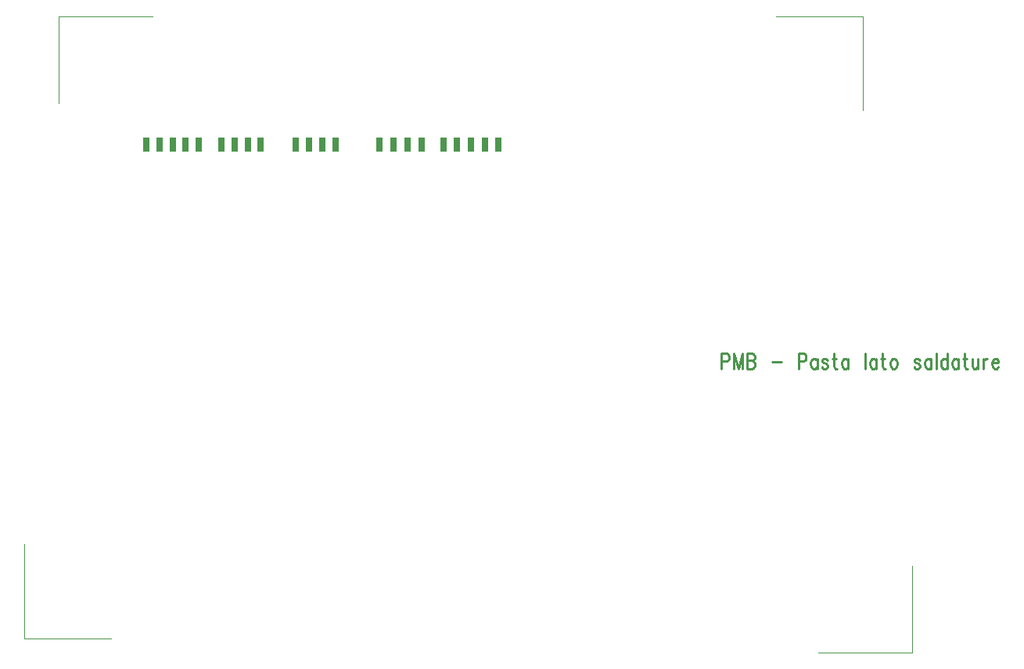
<source format=gbr>
*
*
G04 PADS VX.0 Build Number: 635560 generated Gerber (RS-274-X) file*
G04 PC Version=2.1*
*
%IN "FTC_001.pcb"*%
*
%MOIN*%
*
%FSLAX35Y35*%
*
*
*
*
G04 PC Standard Apertures*
*
*
G04 Thermal Relief Aperture macro.*
%AMTER*
1,1,$1,0,0*
1,0,$1-$2,0,0*
21,0,$3,$4,0,0,45*
21,0,$3,$4,0,0,135*
%
*
*
G04 Annular Aperture macro.*
%AMANN*
1,1,$1,0,0*
1,0,$2,0,0*
%
*
*
G04 Odd Aperture macro.*
%AMODD*
1,1,$1,0,0*
1,0,$1-0.005,0,0*
%
*
*
G04 PC Custom Aperture Macros*
*
*
*
*
*
*
G04 PC Aperture Table*
*
%ADD010C,0.01*%
%ADD040C,0.001*%
%ADD164R,0.03X0.06*%
*
*
*
*
G04 PC Circuitry*
G04 Layer Name FTC_001.pcb - circuitry*
%LPD*%
*
*
G04 PC Custom Flashes*
G04 Layer Name FTC_001.pcb - flashes*
%LPD*%
*
*
G04 PC Circuitry*
G04 Layer Name FTC_001.pcb - circuitry*
%LPD*%
*
G54D10*
G01X565748Y325460D02*
Y318898D01*
Y325460D02*
X567793D01*
X568475Y325148*
X568703Y324835*
X568930Y324210*
Y323273*
X568703Y322648*
X568475Y322335*
X567793Y322023*
X565748*
X570975Y325460D02*
Y318898D01*
Y325460D02*
X572793Y318898D01*
X574612Y325460D02*
X572793Y318898D01*
X574612Y325460D02*
Y318898D01*
X576657Y325460D02*
Y318898D01*
Y325460D02*
X578703D01*
X579384Y325148*
X579612Y324835*
X579839Y324210*
Y323585*
X579612Y322960*
X579384Y322648*
X578703Y322335*
X576657D02*
X578703D01*
X579384Y322023*
X579612Y321710*
X579839Y321085*
Y320148*
X579612Y319523*
X579384Y319210*
X578703Y318898*
X576657*
X587112Y321710D02*
X591203D01*
X598475Y325460D02*
Y318898D01*
Y325460D02*
X600521D01*
X601203Y325148*
X601430Y324835*
X601657Y324210*
Y323273*
X601430Y322648*
X601203Y322335*
X600521Y322023*
X598475*
X606430Y323273D02*
Y318898D01*
Y322335D02*
X605975Y322960D01*
X605521Y323273*
X604839*
X604384Y322960*
X603930Y322335*
X603703Y321398*
Y320773*
X603930Y319835*
X604384Y319210*
X604839Y318898*
X605521*
X605975Y319210*
X606430Y319835*
X610975Y322335D02*
X610748Y322960D01*
X610066Y323273*
X609384*
X608703Y322960*
X608475Y322335*
X608703Y321710*
X609157Y321398*
X610293Y321085*
X610748Y320773*
X610975Y320148*
Y319835*
X610748Y319210*
X610066Y318898*
X609384*
X608703Y319210*
X608475Y319835*
X613703Y325460D02*
Y320148D01*
X613930Y319210*
X614384Y318898*
X614839*
X613021Y323273D02*
X614612D01*
X619612D02*
Y318898D01*
Y322335D02*
X619157Y322960D01*
X618703Y323273*
X618021*
X617566Y322960*
X617112Y322335*
X616884Y321398*
Y320773*
X617112Y319835*
X617566Y319210*
X618021Y318898*
X618703*
X619157Y319210*
X619612Y319835*
X626884Y325460D02*
Y318898D01*
X631657Y323273D02*
Y318898D01*
Y322335D02*
X631203Y322960D01*
X630748Y323273*
X630066*
X629612Y322960*
X629157Y322335*
X628930Y321398*
Y320773*
X629157Y319835*
X629612Y319210*
X630066Y318898*
X630748*
X631203Y319210*
X631657Y319835*
X634384Y325460D02*
Y320148D01*
X634612Y319210*
X635066Y318898*
X635521*
X633703Y323273D02*
X635293D01*
X638703D02*
X638248Y322960D01*
X637793Y322335*
X637566Y321398*
Y320773*
X637793Y319835*
X638248Y319210*
X638703Y318898*
X639384*
X639839Y319210*
X640293Y319835*
X640521Y320773*
Y321398*
X640293Y322335*
X639839Y322960*
X639384Y323273*
X638703*
X650293Y322335D02*
X650066Y322960D01*
X649384Y323273*
X648703*
X648021Y322960*
X647793Y322335*
X648021Y321710*
X648475Y321398*
X649612Y321085*
X650066Y320773*
X650293Y320148*
Y319835*
X650066Y319210*
X649384Y318898*
X648703*
X648021Y319210*
X647793Y319835*
X655066Y323273D02*
Y318898D01*
Y322335D02*
X654612Y322960D01*
X654157Y323273*
X653475*
X653021Y322960*
X652566Y322335*
X652339Y321398*
Y320773*
X652566Y319835*
X653021Y319210*
X653475Y318898*
X654157*
X654612Y319210*
X655066Y319835*
X657112Y325460D02*
Y318898D01*
X661884Y325460D02*
Y318898D01*
Y322335D02*
X661430Y322960D01*
X660975Y323273*
X660293*
X659839Y322960*
X659384Y322335*
X659157Y321398*
Y320773*
X659384Y319835*
X659839Y319210*
X660293Y318898*
X660975*
X661430Y319210*
X661884Y319835*
X666657Y323273D02*
Y318898D01*
Y322335D02*
X666203Y322960D01*
X665748Y323273*
X665066*
X664612Y322960*
X664157Y322335*
X663930Y321398*
Y320773*
X664157Y319835*
X664612Y319210*
X665066Y318898*
X665748*
X666203Y319210*
X666657Y319835*
X669384Y325460D02*
Y320148D01*
X669612Y319210*
X670066Y318898*
X670521*
X668703Y323273D02*
X670293D01*
X672566D02*
Y320148D01*
X672793Y319210*
X673248Y318898*
X673930*
X674384Y319210*
X675066Y320148*
Y323273D02*
Y318898D01*
X677112Y323273D02*
Y318898D01*
Y321398D02*
X677339Y322335D01*
X677793Y322960*
X678248Y323273*
X678930*
X680975Y321398D02*
X683703D01*
Y322023*
X683475Y322648*
X683248Y322960*
X682793Y323273*
X682112*
X681657Y322960*
X681203Y322335*
X680975Y321398*
Y320773*
X681203Y319835*
X681657Y319210*
X682112Y318898*
X682793*
X683248Y319210*
X683703Y319835*
G54D40*
X606890Y197666D02*
X647047D01*
Y234673*
X625787Y429162D02*
Y469319D01*
X588780*
X268701Y244122D02*
Y203965D01*
X305709*
X323425Y469319D02*
X283268D01*
Y432311*
G54D164*
X447095Y414496D03*
X464812D03*
X458906D03*
X453001D03*
X470717D03*
X431855Y414510D03*
X437761D03*
X425950D03*
X420044D03*
X389764Y414567D03*
X384192D03*
X401121Y414478D03*
X395609D03*
X369291Y414567D03*
X352756D03*
X358268D03*
X363780D03*
X342913D03*
X326378D03*
X331890D03*
X337402D03*
X320472D03*
X0Y0D02*
M02*

</source>
